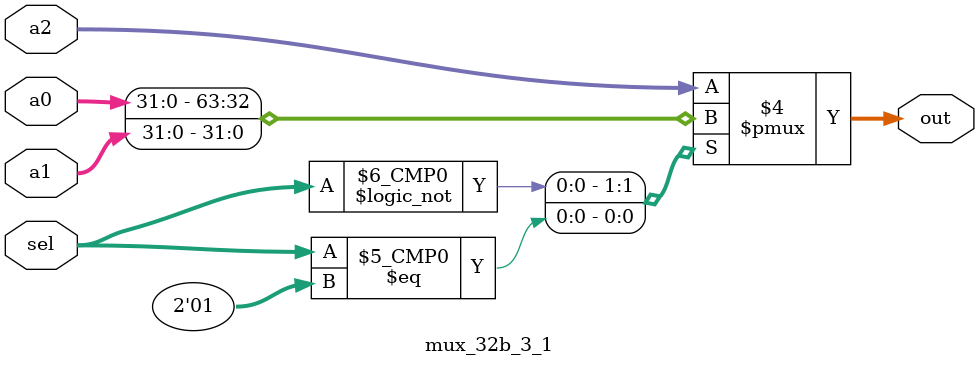
<source format=v>
/*
   Assignment No. - 7
   KGP-RISC
   Semester - 5 (Autumn 2021-22)
   Group No. - 30
   Group Members - Ashutosh Kumar Singh (19CS30008) & Vanshita Garg (19CS10064)
*/
`timescale 1ns / 1ps

// A 3x1 mux with 32-bit output
module mux_32b_3_1 (
    input [31:0] a0, 
    input [31:0] a1, 
    input [31:0] a2, 
    input [1:0] sel, 
    output reg [31:0] out
);

    always @(*) begin
        case (sel)
            2'b00 : out = a0;
            2'b01 : out = a1;
            2'b10 : out = a2;
            default : out = a2;
        endcase
    end
    
endmodule

</source>
